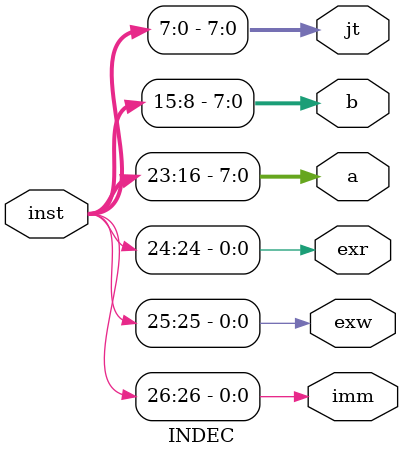
<source format=v>
`timescale 1 ns/1 ns

/*
 * INDEC - Instruction Decoder
 *
 * ADDR = address width
 * 
 * inst = the instruction from memory
 
 * imm = flag if set take b as a immediate
 * exr = flag if set we read from external port take b as a immediate and substract it from the read input and jump to jt if result zero
 * exw = flag if set we write to external port take b as a immediate and substract it from value of a then jump to jt if result zero
 */
module INDEC #(parameter P_ADDR = 8)(inst, imm, exw, exr, a, b, jt);

input [3 + (P_ADDR * 3) - 1:0] inst;

output imm, exw, exr;
output [P_ADDR-1:0] a, b, jt;

assign imm = inst[P_ADDR*3+2];
assign exw = inst[P_ADDR*3+1];
assign exr = inst[P_ADDR*3];
assign a = inst[(P_ADDR*3)-1:P_ADDR*2];
assign b = inst[(P_ADDR*2)-1:P_ADDR];
assign jt = inst[P_ADDR-1:0];

endmodule

`ifdef TEST
module tb_INDEC;

localparam P_A = 4;

/* Inputs */
reg [3 + (P_A * 3)] inst;

/* Outputs */
wire imm, exw, exr;
wire [P_A-1:0] a, b, jt;

INDEC #(P_A) dut (.inst(inst), .imm(imm), .exw(exw), .exr(exr), .a(a), .b(b), .jt(jt));

initial begin

    $dumpfile("trace_indec.vcd");
    $dumpvars(0, dut);
    
    inst = 0;
    #1;

    inst = {1'b1, 1'b0, 1'b1, 4'b0101, 4'b1001, 4'b1101};
    #1;

    inst = {1'b0, 1'b1, 1'b0, 4'b0101, 4'b1001, 4'b1101};
    #1;

    inst = {1'b0, 1'b1, 1'b0, 4'b0111, 4'b1011, 4'b0001};
    #1;
    
end

endmodule
`endif

</source>
